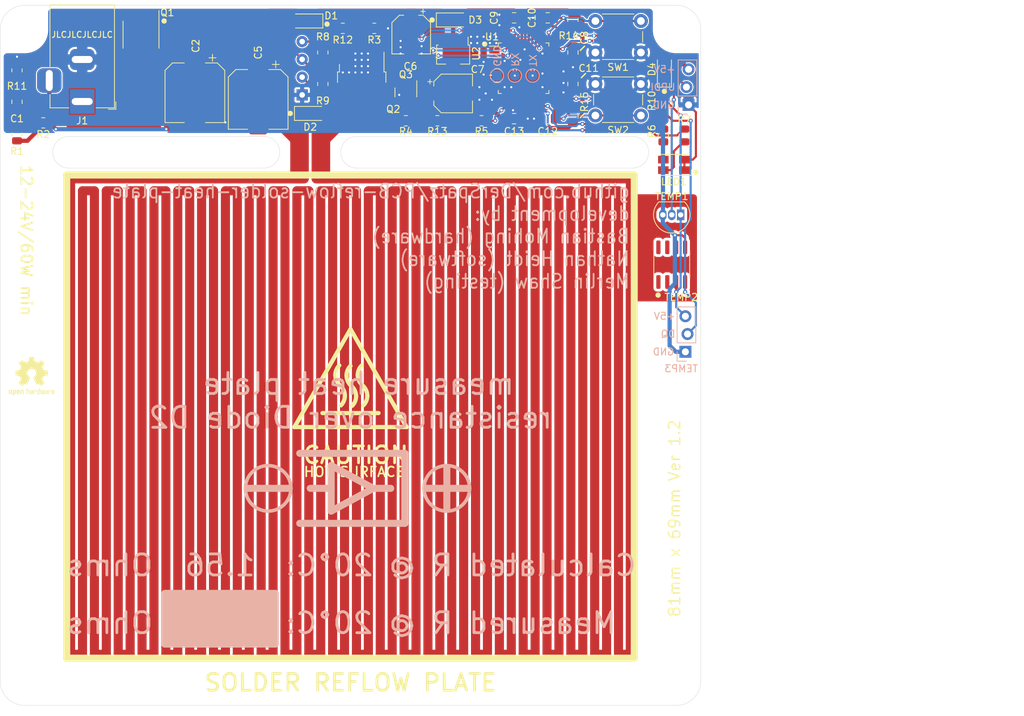
<source format=kicad_pcb>
(kicad_pcb (version 20221018) (generator pcbnew)
  (layers (0 "F.Cu" signal) (31 "B.Cu" signal) (34 "B.Paste" user) (35 "F.Paste" user) (36 "B.SilkS" user "B.Silkscreen") (37 "F.SilkS" user "F.Silkscreen") (38 "B.Mask" user) (39 "F.Mask" user) (44 "Edge.Cuts" user))
  (net 0 "")
  (net 1 "GND")
  (net 2 "+5V")
  (net 3 "VCC")
  (net 4 "/UPDI")
  (net 5 "/VCC-DIV")
  (net 6 "/I2C_SDA")
  (net 7 "/I2C_SCL")
  (net 8 "/GATE")
  (net 9 "HEATPLATE")
  (net 10 "Net-(Q1-G)")
  (net 11 "Net-(D1-K)")
  (net 12 "/TX0")
  (net 13 "/RX0")
  (net 14 "Net-(D2-A)")
  (net 15 "Net-(D4-A)")
  (net 16 "Net-(LED1A-A1)")
  (net 17 "Net-(LED1B-A2)")
  (net 18 "Net-(Q2-G)")
  (net 19 "Net-(Q3-B)")
  (net 53 "Net-(C1-Pad1)")
  (net 54 "Net-(J1-Pad3)")
  (net 55 "/SW_UP")
  (net 56 "/SW_DN")
  (net 57 "/TDATA_A")
  (net 58 "/TDATA_D")
  (net 59 "/LED_G")
  (net 60 "/LED_R")
  (footprint "Package_SO:SOIC-8_3.9x4.9mm_P1.27mm" (layer "F.Cu") (at 80.1 64.2 -90)
    (fp_text reference "Q1")
    (fp_text value "WSP4409A")
  )
  (footprint "Resistor_SMD:R_0805_2012Metric" (layer "F.Cu") (at 122.4 76.5)
    (fp_text reference "R13")
    (fp_text value "10k")
  )
  (footprint "Package_SO:SOIC-8_3.9x4.9mm_P1.27mm" (layer "F.Cu") (at 155.85 97.05 90)
    (fp_text reference "TEMP2")
    (fp_text value "DS18B20Z")
  )
  (footprint "Package_TO_SOT_SMD:SOT-23" (layer "F.Cu") (at 117.9 72.45 -90)
    (fp_text reference "Q3")
    (fp_text value "SS8050")
  )
  (footprint "Resistor_SMD:R_0805_2012Metric" (layer "F.Cu") (at 106.05 71.25 90)
    (fp_text reference "R9")
    (fp_text value "4k7")
  )
  (footprint "Button_Switch_THT:SW_PUSH_6mm" (layer "F.Cu") (at 144.95 62.25)
    (fp_text reference "SW1")
    (fp_text value "SW_Push")
  )
  (footprint "Resistor_SMD:R_0805_2012Metric" (layer "F.Cu") (at 154.65 78.6 -90)
    (fp_text reference "R6")
    (fp_text value "1k")
  )
  (footprint "Capacitor_SMD:CP_Elec_5x5.4" (layer "F.Cu") (at 118.666628 64.189398 -90)
    (fp_text reference "C6")
    (fp_text value "22u/35V")
  )
  (footprint "Package_TO_SOT_SMD:TO-252-2" (layer "F.Cu") (at 111.6 72 -90)
    (fp_text reference "Q2")
    (fp_text value "IRLR8726TRPBF")
  )
  (footprint "Package_TO_SOT_SMD:SOT-89-3" (layer "F.Cu") (at 124.65 66.75 -90)
    (fp_text reference "U2")
    (fp_text value "AMS1117-5.0")
  )
  (footprint "Connector_BarrelJack:BarrelJack_Horizontal" (layer "F.Cu") (at 71.7075 73.75 -90)
    (fp_text reference "J1")
    (fp_text value "Barrel_Jack_Switch")
  )
  (footprint "Diode_SMD:D_SOD-123" (layer "F.Cu") (at 103.8 62.25 180)
    (fp_text reference "D1")
    (fp_text value "B5819W")
  )
  (footprint "NetTie:NetTie-2_SMD_Pad1.3mm" (layer "F.Cu") (at 101.4 84.8 180)
    (fp_text reference "NT1" hide)
    (fp_text value "NetTie_2")
  )
  (footprint "Resistor_SMD:R_0805_2012Metric" (layer "F.Cu") (at 154.65 74.4 90)
    (fp_text reference "R10")
    (fp_text value "4k7")
  )
  (footprint "Resistor_SMD:R_0805_2012Metric" (layer "F.Cu") (at 157.65 78.6 -90)
    (fp_text reference "R7")
    (fp_text value "1k")
  )
  (footprint "Capacitor_SMD:C_0805_2012Metric" (layer "F.Cu") (at 138.15 76.2 180)
    (fp_text reference "C12")
    (fp_text value "100nF")
  )
  (footprint "Resistor_SMD:R_0805_2012Metric" (layer "F.Cu") (at 141.75 62.1 90)
    (fp_text reference "R14")
    (fp_text value "10k")
  )
  (footprint "Capacitor_SMD:CP_Elec_8x10" (layer "F.Cu") (at 96.823454 73.449322 -90)
    (fp_text reference "C5")
    (fp_text value "100-680u/35V")
  )
  (footprint "Resistor_SMD:R_0805_2012Metric" (layer "F.Cu") (at 141.75 75.9 -90)
    (fp_text reference "R15")
    (fp_text value "10k")
  )
  (footprint "Button_Switch_THT:SW_PUSH_6mm" (layer "F.Cu") (at 151.45 75.75 180)
    (fp_text reference "SW2")
    (fp_text value "SW_Push")
  )
  (footprint "Package_QFP:TQFP-48_7x7mm_P0.5mm" (layer "F.Cu") (at 134.7 69)
    (fp_text reference "U1")
    (fp_text value "ATMEGA4809-AFR")
  )
  (footprint "Resistor_SMD:R_0805_2012Metric" (layer "F.Cu") (at 113.4 63.3)
    (fp_text reference "R3")
    (fp_text value "1k")
  )
  (footprint "Capacitor_SMD:CP_Elec_5x5.4" (layer "F.Cu") (at 124.65 72.6)
    (fp_text reference "C7")
    (fp_text value "22u/35V")
  )
  (footprint "Capacitor_SMD:CP_Elec_8x10" (layer "F.Cu") (at 87.790468 72.502199 -90)
    (fp_text reference "C2")
    (fp_text value "100-680u/35V")
  )
  (footprint "Diode_SMD:D_SOD-123" (layer "F.Cu") (at 124.5 62.1)
    (fp_text reference "D3")
    (fp_text value "B5819W")
  )
  (footprint "Capacitor_SMD:C_0805_2012Metric" (layer "F.Cu") (at 133.35 61.8 180)
    (fp_text reference "C9")
    (fp_text value "100nF")
  )
  (footprint "MountingHole:MountingHole_3.2mm_M3" (layer "F.Cu") (at 63.5 63.5)
    (fp_text reference "H1" hide)
    (fp_text value "M3")
  )
  (footprint "MountingHole:MountingHole_3.2mm_M3" (layer "F.Cu") (at 156.5 156.5)
    (fp_text reference "H4" hide)
    (fp_text value "M3")
  )
  (footprint "Capacitor_SMD:C_0805_2012Metric" (layer "F.Cu") (at 141.75 66.75 -90)
    (fp_text reference "C8")
    (fp_text value "470pF")
  )
  (footprint "Resistor_SMD:R_0805_2012Metric" (layer "F.Cu") (at 62.4 69.3 90)
    (fp_text reference "R11")
    (fp_text value "10k")
  )
  (footprint "User:0.91Inch-OLED-Module" (layer "F.Cu") (at 119.89 67.92)
    (fp_text reference "OLED1" hide)
    (fp_text value "SSD1306")
  )
  (footprint "Diode_SMD:D_SOD-123" (layer "F.Cu") (at 154.8 69.45 90)
    (fp_text reference "D4")
    (fp_text value "B5819W")
  )
  (footprint "Capacitor_SMD:C_0805_2012Metric" (layer "F.Cu") (at 138.15 61.8 180)
    (fp_text reference "C10")
    (fp_text value "100nF")
  )
  (footprint "Capacitor_SMD:C_0805_2012Metric" (layer "F.Cu") (at 133.35 76.2)
    (fp_text reference "C13")
    (fp_text value "100nF")
  )
  (footprint "Package_TO_SOT_THT:TO-92_Inline" (layer "F.Cu") (at 157.12 89.94 180)
    (fp_text reference "TEMP1")
    (fp_text value "LMT85")
  )
  (footprint "LED_SMD:LED_Avago_PLCC4_3.2x2.8mm_CW" (layer "F.Cu") (at 156.15 82.8 180)
    (fp_text reference "LED1")
    (fp_text value "RED/GREEN")
  )
  (footprint "Capacitor_SMD:C_0805_2012Metric" (layer "F.Cu") (at 141.75 71.25 -90)
    (fp_text reference "C11")
    (fp_text value "100nF")
  )
  (footprint "Resistor_SMD:R_0805_2012Metric" (layer "F.Cu") (at 128.7 76.5 180)
    (fp_text reference "R5")
    (fp_text value "1k")
  )
  (footprint "Resistor_SMD:R_0805_2012Metric" (layer "F.Cu") (at 117.9 76.5 180)
    (fp_text reference "R4")
    (fp_text value "4k7")
  )
  (footprint "Capacitor_SMD:C_0805_2012Metric" (layer "F.Cu") (at 62.4 73.8 90)
    (fp_text reference "C1")
    (fp_text value "10u")
  )
  (footprint "Resistor_SMD:R_0805_2012Metric" (layer "F.Cu") (at 106.05 66.75 90)
    (fp_text reference "R8")
    (fp_text value "4k7")
  )
  (footprint "MountingHole:MountingHole_3.2mm_M3" (layer "F.Cu") (at 63.5 156.5)
    (fp_text reference "H3" hide)
    (fp_text value "M3")
  )
  (footprint "Symbol:OSHW-Logo2_7.3x6mm_SilkScreen" (layer "F.Cu") (at 64.5 113)
    (fp_text reference "LOGO1" hide)
    (fp_text value "Logo_Open_Hardware_Small" hide)
  )
  (footprint "Diode_SMD:D_SOD-123" (layer "F.Cu") (at 104.25 75.45)
    (fp_text reference "D2")
    (fp_text value "B5819W")
  )
  (footprint "Resistor_SMD:R_0805_2012Metric" (layer "F.Cu") (at 66.15 76.8)
    (fp_text reference "R2")
    (fp_text value "47")
  )
  (footprint "MountingHole:MountingHole_3.2mm_M3" (layer "F.Cu") (at 156.5 63.5)
    (fp_text reference "H2" hide)
    (fp_text value "M3")
  )
  (footprint "NetTie:NetTie-2_SMD_Pad1.3mm" (layer "F.Cu") (at 107.1 84.8)
    (fp_text reference "NT2" hide)
    (fp_text value "NetTie_2")
  )
  (footprint "Resistor_SMD:R_0805_2012Metric" (layer "F.Cu") (at 62.4 78.45 90)
    (fp_text reference "R1")
    (fp_text value "47")
  )
  (footprint "Resistor_SMD:R_0805_2012Metric" (layer "F.Cu") (at 108.9 63.3)
    (fp_text reference "R12")
    (fp_text value "10k")
  )
  (footprint "Connector_PinHeader_2.54mm:PinHeader_1x03_P2.54mm_Vertical" (layer "B.Cu") (at 158.1 74.23)
    (fp_text reference "UPDI1" hide)
    (fp_text value "1x03_2.54mm")
  )
  (footprint "TestPoint:TestPoint_Pad_D1.5mm" (layer "B.Cu") (at 130.91 70.05)
    (fp_text reference "TP3" hide)
    (fp_text value "TestPoint")
  )
  (footprint "Connector_PinHeader_2.54mm:PinHeader_1x03_P2.54mm_Vertical" (layer "B.Cu") (at 157.95 109.5)
    (fp_text reference "TEMP3")
    (fp_text value "Ext. 1-Wire")
  )
  (footprint "TestPoint:TestPoint_Pad_D1.5mm" (layer "B.Cu") (at 135.99 70.05)
    (fp_text reference "TP1" hide)
    (fp_text value "TestPoint")
  )
  (footprint "TestPoint:TestPoint_Pad_D1.5mm" (layer "B.Cu") (at 133.45 70.05)
    (fp_text reference "TP2" hide)
    (fp_text value "TestPoint")
  )
  (gr_line (start 107.25 129) (end 104.25 129) (stroke (width 1)) (layer "B.SilkS"))
  (gr_line (start 117.75 134) (end 102.75 134) (stroke (width 1)) (layer "B.SilkS"))
  (gr_line (start 126.75 129) (end 120.75 129) (stroke (width 1)) (layer "B.SilkS"))
  (gr_line (start 117.75 134) (end 117.75 124) (stroke (width 1)) (layer "B.SilkS"))
  (gr_line (start 117.75 124) (end 102.75 124) (stroke (width 1)) (layer "B.SilkS"))
  (gr_circle (center 98.25 129) (end 95 129) (stroke (width 0.5)) (fill none) (layer "B.SilkS"))
  (gr_circle (center 123.75 129) (end 120.5 129) (stroke (width 0.5)) (fill none) (layer "B.SilkS"))
  (gr_line (start 107.25 125.75) (end 113.25 129) (stroke (width 1)) (layer "B.SilkS"))
  (gr_line (start 101.25 129) (end 95.25 129) (stroke (width 1)) (layer "B.SilkS"))
  (gr_line (start 107.25 132.25) (end 107.25 125.75) (stroke (width 1)) (layer "B.SilkS"))
  (gr_line (start 112.75 129) (end 115.75 129) (stroke (width 1)) (layer "B.SilkS"))
  (gr_line (start 123.75 132) (end 123.75 126) (stroke (width 1)) (layer "B.SilkS"))
  (gr_line (start 113.25 129) (end 107.25 132.25) (stroke (width 1)) (layer "B.SilkS"))
  (gr_rect (start 83.5 144) (end 99.25 151.25) (stroke (width 1)) (fill solid) (layer "B.SilkS"))
  (gr_arc (start 108.4 114.181) (mid 107.981618 113.55435) (end 107.834891 112.815293) (stroke (width 0.6)) (layer "F.SilkS"))
  (gr_arc (start 108.634 114.416) (mid 109.052458 115.042267) (end 109.199402 115.781) (stroke (width 0.6)) (layer "F.SilkS"))
  (gr_line locked (start 102 120.25) (end 110 106.25) (stroke (width 0.6)) (layer "F.SilkS"))
  (gr_line locked (start 110 114.25) (end 110.234 114.484) (stroke (width 0.6)) (layer "F.SilkS"))
  (gr_line locked (start 102 120.25) (end 118 120.25) (stroke (width 0.6)) (layer "F.SilkS"))
  (gr_circle (center 121.65 62.1) (end 121.95 62.1) (stroke (width 0.15)) (fill solid) (layer "F.SilkS"))
  (gr_arc (start 111.6 114.181) (mid 111.181618 113.55435) (end 111.034891 112.815293) (stroke (width 0.6)) (layer "F.SilkS"))
  (gr_circle (center 101.4 75.45) (end 101.7 75.45) (stroke (width 0.15)) (fill solid) (layer "F.SilkS"))
  (gr_arc (start 110 114.25) (mid 109.581235 113.623274) (end 109.434184 112.884) (stroke (width 0.6)) (layer "F.SilkS"))
  (gr_arc (start 110.8 115.85) (mid 110.653011 116.588962) (end 110.234423 117.215423) (stroke (width 0.6)) (layer "F.SilkS"))
  (gr_line (start 142.8 76.05) (end 143.4 75.45) (stroke (width 0.2)) (layer "F.SilkS"))
  (gr_circle (center 159.3 83.85) (end 159.6 83.85) (stroke (width 0.15)) (fill solid) (layer "F.SilkS"))
  (gr_line (start 69.5 84.25) (end 69.5 153.25) (stroke (width 1)) (layer "F.SilkS"))
  (gr_arc (start 109.2 115.781) (mid 109.053011 116.519962) (end 108.634423 117.146423) (stroke (width 0.6)) (layer "F.SilkS"))
  (gr_arc (start 107.834 112.816) (mid 107.981065 112.076656) (end 108.39987 111.44987) (stroke (width 0.6)) (layer "F.SilkS"))
  (gr_circle (center 153.9 101.4) (end 154.2 101.4) (stroke (width 0.15)) (fill solid) (layer "F.SilkS"))
  (gr_arc (start 110.234 114.484) (mid 110.652841 115.110344) (end 110.800109 115.849293) (stroke (width 0.6)) (layer "F.SilkS"))
  (gr_line (start 142.8 66.45) (end 143.4 65.85) (stroke (width 0.2)) (layer "F.SilkS"))
  (gr_circle (center 154.8 72.3) (end 155.1 72.3) (stroke (width 0.15)) (fill solid) (layer "F.SilkS"))
  (gr_arc (start 111.834 114.416) (mid 112.252458 115.042267) (end 112.399402 115.781) (stroke (width 0.6)) (layer "F.SilkS"))
  (gr_arc (start 112.4 115.781) (mid 112.253011 116.519962) (end 111.834423 117.146423) (stroke (width 0.6)) (layer "F.SilkS"))
  (gr_line locked (start 106 118.25) (end 114 118.25) (stroke (width 0.6)) (layer "F.SilkS"))
  (gr_line (start 150.5 84.25) (end 69.5 84.25) (stroke (width 1)) (layer "F.SilkS"))
  (gr_circle (center 129.15 65.55) (end 129.45 65.55) (stroke (width 0.15)) (fill solid) (layer "F.SilkS"))
  (gr_arc (start 111.034 112.816) (mid 111.181065 112.076656) (end 111.59987 111.44987) (stroke (width 0.6)) (layer "F.SilkS"))
  (gr_arc (start 109.434 112.884) (mid 109.581065 112.144656) (end 109.99987 111.51787) (stroke (width 0.6)) (layer "F.SilkS"))
  (gr_circle (center 106.65 62.7) (end 106.95 62.7) (stroke (width 0.15)) (fill solid) (layer "F.SilkS"))
  (gr_line locked (start 110 106.25) (end 118 120.25) (stroke (width 0.6)) (layer "F.SilkS"))
  (gr_line (start 150.5 153.25) (end 69.5 153.25) (stroke (width 1)) (layer "F.SilkS"))
  (gr_line locked (start 108.4 114.181) (end 108.634 114.416) (stroke (width 0.6)) (layer "F.SilkS"))
  (gr_line (start 150.5 84.25) (end 150.5 153.25) (stroke (width 1)) (layer "F.SilkS"))
  (gr_line (start 142.95 70.35) (end 143.55 69.75) (stroke (width 0.2)) (layer "F.SilkS"))
  (gr_line locked (start 111.6 114.181) (end 111.834 114.416) (stroke (width 0.6)) (layer "F.SilkS"))
  (gr_circle (center 83.4 62.25) (end 83.7 62.25) (stroke (width 0.15)) (fill solid) (layer "F.SilkS"))
  (gr_arc (start 156.5 60) (mid 158.974874 61.025126) (end 160 63.5) (stroke (width 0.05)) (layer "Edge.Cuts"))
  (gr_line (start 60 156.5) (end 60 63.5) (stroke (width 0.05)) (layer "Edge.Cuts"))
  (gr_arc (start 69.75 83.25) (mid 67.5 81) (end 69.75 78.75) (stroke (width 0.05)) (layer "Edge.Cuts"))
  (gr_line (start 97.65 78.75) (end 69.75 78.75) (stroke (width 0.05)) (layer "Edge.Cuts"))
  (gr_arc (start 63.5 160) (mid 61.025126 158.974874) (end 60 156.5) (stroke (width 0.05)) (layer "Edge.Cuts"))
  (gr_arc (start 110.85 83.25) (mid 108.6 81) (end 110.85 78.75) (stroke (width 0.05)) (layer "Edge.Cuts"))
  (gr_arc (start 160 156.5) (mid 158.974874 158.974874) (end 156.5 160) (stroke (width 0.05)) (layer "Edge.Cuts"))
  (gr_line (start 156.5 160) (end 63.5 160) (stroke (width 0.05)) (layer "Edge.Cuts"))
  (gr_line (start 69.75 83.25) (end 97.65 83.25) (stroke (width 0.05)) (layer "Edge.Cuts"))
  (gr_arc (start 150.3 78.75) (mid 152.55 81) (end 150.3 83.25) (stroke (width 0.05)) (layer "Edge.Cuts"))
  (gr_line (start 150.3 83.25) (end 110.85 83.25) (stroke (width 0.05)) (layer "Edge.Cuts"))
  (gr_arc (start 60 63.5) (mid 61.025126 61.025126) (end 63.5 60) (stroke (width 0.05)) (layer "Edge.Cuts"))
  (gr_line (start 63.5 60) (end 156.5 60) (stroke (width 0.05)) (layer "Edge.Cuts"))
  (gr_line (start 110.85 78.75) (end 150.3 78.75) (stroke (width 0.05)) (layer "Edge.Cuts"))
  (gr_arc (start 97.65 78.75) (mid 99.9 81) (end 97.65 83.25) (stroke (width 0.05)) (layer "Edge.Cuts"))
  (gr_line (start 160 63.5) (end 160 156.5) (stroke (width 0.05)) (layer "Edge.Cuts"))
  (gr_text "github.com/DerSpatz/PCB-reflow-solder-heat-plate\ndevelopment by:\nBastian Mohing (hardware)\nNathan Heidt (software)\nMerlin Shaw (testing)" (at 150 93) (layer "B.SilkS") (effects (font (size 2 1.8) (thickness 0.25)) (justify left mirror)))
  (gr_text "GND" (at 130.91 68.85 270) (layer "B.SilkS") (effects (font (size 1 1)) (justify left mirror)))
  (gr_text "TX" (at 135.99 68.85 270) (layer "B.SilkS") (effects (font (size 1 1)) (justify left mirror)))
  (gr_text "DQ" (at 156.45 106.95) (layer "B.SilkS") (effects (font (size 1 1)) (justify left mirror)))
  (gr_text "RX" (at 133.45 68.85 270) (layer "B.SilkS") (effects (font (size 1 1)) (justify left mirror)))
  (gr_text "+5V" (at 156.45 69.15) (layer "B.SilkS") (effects (font (size 1 1)) (justify left mirror)))
  (gr_text "1.56  Ohms" (at 69.25 140) (layer "B.SilkS") (effects (font (size 3 3) (thickness 0.4)) (justify right mirror)))
  (gr_text "Measured R @ 20°C:" (at 100.5 148.25) (layer "B.SilkS") (effects (font (size 3 3) (thickness 0.4)) (justify right mirror)))
  (gr_text "Calculated R @ 20°C:" (at 100.5 140) (layer "B.SilkS") (effects (font (size 3 3) (thickness 0.4)) (justify right mirror)))
  (gr_text "GND" (at 156.3 74.25) (layer "B.SilkS") (effects (font (size 1 1)) (justify left mirror)))
  (gr_text "measure heat plate \nresistance over Diode D2" (at 110 116.5) (layer "B.SilkS") (effects (font (size 3 3) (thickness 0.4)) (justify mirror)))
  (gr_text "GND" (at 156.3 109.5) (layer "B.SilkS") (effects (font (size 1 1)) (justify left mirror)))
  (gr_text "UPDI" (at 156.45 71.7) (layer "B.SilkS") (effects (font (size 1 1)) (justify left mirror)))
  (gr_text "Ohms" (at 69.25 148.25) (layer "B.SilkS") (effects (font (size 3 3) (thickness 0.4)) (justify right mirror)))
  (gr_text "+5V" (at 156.45 104.4) (layer "B.SilkS") (effects (font (size 1 1)) (justify left mirror)))
  (gr_text "Ver 1.2" (at 156.25 128.1 90) (layer "F.SilkS") (effects (font (size 1.6 1.6) (thickness 0.2)) (justify left)))
  (gr_text "CAUTION" (at 103 124.25) (layer "F.SilkS") (effects (font (size 2.4 2.4) (thickness 0.4)) (justify left)))
  (gr_text "12-24V/60W min" (at 63.75 82.65 270) (layer "F.SilkS") (effects (font (size 1.6 1.6) (thickness 0.25)) (justify left)))
  (gr_text "HOT SURFACE" (at 103.2 126.65) (layer "F.SilkS") (effects (font (size 1.4 1.4) (thickness 0.24)) (justify left)))
  (gr_text "JLCJLCJLCJLC" (at 71.7 64.2) (layer "F.SilkS") (effects (font (size 0.85 0.85))))
  (gr_text "81mm x 69mm" (at 156.25 147.5 90) (layer "F.SilkS") (effects (font (size 1.6 1.6) (thickness 0.2)) (justify left)))
  (gr_text "SOLDER REFLOW PLATE" (at 110 156.75) (layer "F.SilkS") (effects (font (size 2.4 2.4) (thickness 0.4))))
  (segment (start 133.8 76.2) (end 134.3 76.2) (width 0.6) (layer "F.Cu") (net 1))
  (segment (start 138.8625 69.75) (end 140.1 69.75) (width 0.3) (layer "F.Cu") (net 1))
  (segment (start 133.2 75) (end 132.95 74.75) (width 0.3) (layer "F.Cu") (net 1))
  (segment (start 134.85 66.3) (end 134.45 65.9) (width 0.3) (layer "F.Cu") (net 1))
  (segment (start 134.1 63.15) (end 134.45 63.5) (width 0.3) (layer "F.Cu") (net 1))
  (segment (start 157.755 93.255) (end 157.755 94.575) (width 0.3) (layer "F.Cu") (net 1))
  (segment (start 159.3 75.2776) (end 159.3 81.6) (width 0.3) (layer "F.Cu") (net 1))
  (segment (start 134.3 76.1) (end 134.3 76.2) (width 0.6) (layer "F.Cu") (net 1))
  (segment (start 92.17818 76.699322) (end 92.146139 76.731363) (width 1.25) (layer "F.Cu") (net 1))
  (segment (start 114.3125 63.3) (end 115.35 63.3) (width 0.6) (layer "F.Cu") (net 1))
  (segment (start 156.3 92.85) (end 157.35 92.85) (width 0.3) (layer "F.Cu") (net 1))
  (segment (start 134.45 63.5) (end 134.45 64.8375) (width 0.3) (layer "F.Cu") (net 1))
  (segment (start 137.2 61.8) (end 136.05 61.8) (width 0.6) (layer "F.Cu") (net 1))
  (segment (start 87.900196 76.737951) (end 92.139551 76.737951) (width 1.25) (layer "F.Cu") (net 1))
  (segment (start 96.823454 76.699322) (end 92.17818 76.699322) (width 1.25) (layer "F.Cu") (net 1))
  (segment (start 132.95 74.75) (end 132.95 73.1625) (width 0.3) (layer "F.Cu") (net 1))
  (segment (start 159.3 81.6) (end 158.85 82.05) (width 0.3) (layer "F.Cu") (net 1))
  (segment (start 134.45 65.9) (end 134.45 64.8375) (width 0.3) (layer "F.Cu") (net 1))
  (segment (start 141.75 67.7) (end 141.75 68.85) (width 0.6) (layer "F.Cu") (net 1))
  (segment (start 133.5 75.9) (end 133.8 76.2) (width 0.6) (layer "F.Cu") (net 1))
  (segment (start 140.1 69.75) (end 140.4 69.45) (width 0.3) (layer "F.Cu") (net 1))
  (segment (start 157.65 83.55) (end 157.65 82.05) (width 0.3) (layer "F.Cu") (net 1))
  (segment (start 133.2 75) (end 134.3 76.1) (width 0.6) (layer "F.Cu") (net 1))
  (segment (start 116.95 71.5125) (end 116.95 72.8) (width 0.6) (layer "F.Cu") (net 1))
  (segment (start 92.139551 76.737951) (end 92.146139 76.731363) (width 1.25) (layer "F.Cu") (net 1))
  (segment (start 158.85 82.05) (end 157.65 82.05) (width 0.3) (layer "F.Cu") (net 1))
  (segment (start 138.8625 69.75) (end 137.4 69.75) (width 0.3) (layer "F.Cu") (net 1))
  (segment (start 158.2524 74.23) (end 159.3 75.2776) (width 0.3) (layer "F.Cu") (net 1))
  (segment (start 62.4 68.3875) (end 62.4 67.35) (width 0.3) (layer "F.Cu") (net 1))
  (segment (start 133.2 75) (end 133.5 75.3) (width 0.6) (layer "F.Cu") (net 1))
  (segment (start 132.95 73.1625) (end 132.95 71.7) (width 0.3) (layer "F.Cu") (net 1))
  (segment (start 157.35 92.85) (end 157.755 93.255) (width 0.3) (layer "F.Cu") (net 1))
  (segment (start 133.5 75.3) (end 133.5 75.9) (width 0.6) (layer "F.Cu") (net 1))
  (via (at 111.6 67.8) (size 0.6) (drill 0.3) (layers "F.Cu" "B.Cu") (net 1))
  (via (at 116.95 72.8) (size 0.6) (drill 0.3) (layers "F.Cu" "B.Cu") (net 1))
  (via (at 127.2 65.4) (size 0.6) (drill 0.3) (layers "F.Cu" "B.Cu") (net 1))
  (via (at 133.2 75) (size 0.6) (drill 0.3) (layers "F.Cu" "B.Cu") (net 1))
  (via (at 129 65.4) (size 0.6) (drill 0.3) (layers "F.Cu" "B.Cu") (net 1))
  (via (at 129 69.9) (size 0.6) (drill 0.3) (layers "F.Cu" "B.Cu") (net 1))
  (via (at 110.7 69.6) (size 0.6) (drill 0.3) (layers "F.Cu" "B.Cu") (net 1))
  (via (at 112.5 69.6) (size 0.6) (drill 0.3) (layers "F.Cu" "B.Cu") (net 1))
  (via (at 135.3 76.2) (size 0.6) (drill 0.3) (layers "F.Cu" "B.Cu") (net 1))
  (via (at 137.4 69.75) (size 0.6) (drill 0.3) (layers "F.Cu" "B.Cu") (net 1))
  (via (at 130.8 65.4) (size 0.6) (drill 0.3) (layers "F.Cu" "B.Cu") (net 1))
  (via (at 134.1 63.15) (size 0.6) (drill 0.3) (layers "F.Cu" "B.Cu") (net 1))
  (via (at 137.4 66.9) (size 0.6) (drill 0.3) (layers "F.Cu" "B.Cu") (net 1))
  (via (at 141.75 68.85) (size 0.6) (drill 0.3) (layers "F.Cu" "B.Cu") (net 1))
  (via (at 120.15 65.85) (size 0.6) (drill 0.3) (layers "F.Cu" "B.Cu") (net 1))
  (via (at 117.15 66) (size 0.6) (drill 0.3) (layers "F.Cu" "B.Cu") (net 1))
  (via (at 134.25 67.8) (size 0.6) (drill 0.3) (layers "F.Cu" "B.Cu") (net 1))
  (via (at 115.35 63.3) (size 0.6) (drill 0.3) (layers "F.Cu" "B.Cu") (net 1))
  (via (at 110.7 66.9) (size 0.6) (drill 0.3) (layers "F.Cu" "B.Cu") (net 1))
  (via (at 127.2 64.5) (size 0.6) (drill 0.3) (layers "F.Cu" "B.Cu") (net 1))
  (via (at 134.85 66.3) (size 0.6) (drill 0.3) (layers "F.Cu" "B.Cu") (net 1))
  (via (at 117.15 66.9) (size 0.6) (drill 0.3) (layers "F.Cu" "B.Cu") (net 1))
  (via (at 137.4 71.7) (size 0.6) (drill 0.3) (layers "F.Cu" "B.Cu") (net 1))
  (via (at 111.6 66.9) (size 0.6) (drill 0.3) (layers "F.Cu" "B.Cu") (net 1))
  (via (at 117.15 65.1) (size 0.6) (drill 0.3) (layers "F.Cu" "B.Cu") (net 1))
  (via (at 132 67.95) (size 0.6) (drill 0.3) (layers "F.Cu" "B.Cu") (net 1))
  (via (at 92.146139 76.731363) (size 0.6) (drill 0.3) (layers "F.Cu" "B.Cu") (net 1))
  (via (at 136.05 61.8) (size 0.6) (drill 0.3) (layers "F.Cu" "B.Cu") (net 1))
  (via (at 62.4 67.35) (size 0.6) (drill 0.3) (layers "F.Cu" "B.Cu") (net 1))
  (via (at 111.6 68.7) (size 0.6) (drill 0.3) (layers "F.Cu" "B.Cu") (net 1))
  (via (at 128.1 65.4) (size 0.6) (drill 0.3) (layers "F.Cu" "B.Cu") (net 1))
  (via (at 140.4 72.45) (size 0.6) (drill 0.3) (layers "F.Cu" "B.Cu") (net 1))
  (via (at 129 68.1) (size 0.6) (drill 0.3) (layers "F.Cu" "B.Cu") (net 1))
  (via (at 129.9 65.4) (size 0.6) (drill 0.3) (layers "F.Cu" "B.Cu") (net 1))
  (via (at 112.5 68.7) (size 0.6) (drill 0.3) (layers "F.Cu" "B.Cu") (net 1))
  (via (at 131.25 62.85) (size 0.6) (drill 0.3) (layers "F.Cu" "B.Cu") (net 1))
  (via (at 128.4 71.7) (size 0.6) (drill 0.3) (layers "F.Cu" "B.Cu") (net 1))
  (via (at 111.6 69.6) (size 0.6) (drill 0.3) (layers "F.Cu" "B.Cu") (net 1))
  (via (at 128.4 73.5) (size 0.6) (drill 0.3) (layers "F.Cu" "B.Cu") (net 1))
  (via (at 140.4 71.1) (size 0.6) (drill 0.3) (layers "F.Cu" "B.Cu") (net 1))
  (via (at 110.7 67.8) (size 0.6) (drill 0.3) (layers "F.Cu" "B.Cu") (net 1))
  (via (at 129.3 72.6) (size 0.6) (drill 0.3) (layers "F.Cu" "B.Cu") (net 1))
  (via (at 109.8 69.6) (size 0.6) (drill 0.3) (layers "F.Cu" "B.Cu") (net 1))
  (via (at 132.95 71.7) (size 0.6) (drill 0.3) (layers "F.Cu" "B.Cu") (net 1))
  (via (at 112.5 66.9) (size 0.6) (drill 0.3) (layers "F.Cu" "B.Cu") (net 1))
  (via (at 108.9 69.6) (size 0.6) (drill 0.3) (layers "F.Cu" "B.Cu") (net 1))
  (via (at 130.8 64.5) (size 0.6) (drill 0.3) (layers "F.Cu" "B.Cu") (net 1))
  (via (at 130.2 73.5) (size 0.6) (drill 0.3) (layers "F.Cu" "B.Cu") (net 1))
  (via (at 140.4 69.45) (size 0.6) (drill 0.3) (layers "F.Cu" "B.Cu") (net 1))
  (via (at 132 71.7) (size 0.6) (drill 0.3) (layers "F.Cu" "B.Cu") (net 1))
  (via (at 131.25 61.35) (size 0.6) (drill 0.3) (layers "F.Cu" "B.Cu") (net 1))
  (via (at 156.3 92.85) (size 0.6) (drill 0.3) (layers "F.Cu" "B.Cu") (net 1))
  (via (at 120.15 66.9) (size 0.6) (drill 0.3) (layers "F.Cu" "B.Cu") (net 1))
  (via (at 110.7 68.7) (size 0.6) (drill 0.3) (layers "F.Cu" "B.Cu") (net 1))
  (via (at 129.9 64.5) (size 0.6) (drill 0.3) (layers "F.Cu" "B.Cu") (net 1))
  (via (at 136.2 76.2) (size 0.6) (drill 0.3) (layers "F.Cu" "B.Cu") (net 1))
  (via (at 112.5 67.8) (size 0.6) (drill 0.3) (layers "F.Cu" "B.Cu") (net 1))
  (via (at 128.1 64.5) (size 0.6) (drill 0.3) (layers "F.Cu" "B.Cu") (net 1))
  (via (at 129 64.5) (size 0.6) (drill 0.3) (layers "F.Cu" "B.Cu") (net 1))
  (segment (start 155.55 100.5) (end 155.55 108.6) (width 0.6) (layer "B.Cu") (net 1))
  (segment (start 154.58 91.13) (end 156.3 92.85) (width 0.6) (layer "B.Cu") (net 1))
  (segment (start 156.45 109.5) (end 157.7976 109.5) (width 0.6) (layer "B.Cu") (net 1))
  (segment (start 155.55 108.6) (end 156.45 109.5) (width 0.6) (layer "B.Cu") (net 1))
  (segment (start 154.6 89.92) (end 154.6 77.2) (width 0.6) (layer "B.Cu") (net 1))
  (segment (start 156.3 99.75) (end 155.55 100.5) (width 0.6) (layer "B.Cu") (net 1))
  (segment (start 91.971363 76.731363) (end 91.44 76.2) (width 1.25) (layer "B.Cu") (net 1))
  (segment (start 156.3 92.85) (end 156.3 99.75) (width 0.6) (layer "B.Cu") (net 1))
  (segment (start 154.58 89.94) (end 154.58 91.13) (width 0.6) (layer "B.Cu") (net 1))
  (segment (start 92.146139 76.731363) (end 91.971363 76.731363) (width 1.25) (layer "B.Cu") (net 1))
  (segment (start 125.25 62.1) (end 126.15 62.1) (width 0.6) (layer "F.Cu") (net 2))
  (segment (start 143.1 69) (end 143.1 62.25) (width 0.6) (layer "F.Cu") (net 2))
  (segment (start 142.1875 61.3375) (end 142.0375 61.3375) (width 0.6) (layer "F.Cu") (net 2))
  (segment (start 107.55 67.05) (end 108.45 66.15) (width 0.3) (layer "F.Cu") (net 2))
  (segment (start 107.55 71.7) (end 107.0875 72.1625) (width 0.3) (layer "F.Cu") (net 2))
  (segment (start 131.55 76.2) (end 130.35 75) (width 0.6) (layer "F.Cu") (net 2))
  (segment (start 108.45 66.15) (end 114.75 66.15) (width 0.3) (layer "F.Cu") (net 2))
  (segment (start 114.75 66.15) (end 115.2 66.6) (width 0.3) (layer "F.Cu") (net 2))
  (segment (start 134.3 61.55) (end 133.35 60.6) (width 0.3) (layer "F.Cu") (net 2))
  (segment (start 151.99998 69.3) (end 153.79998 71.1) (width 0.6) (layer "F.Cu") (net 2))
  (segment (start 141 60.6) (end 135.3 60.6) (width 0.3) (layer "F.Cu") (net 2))
  (segment (start 143.1 62.25) (end 142.1875 61.3375) (width 0.6) (layer "F.Cu") (net 2))
  (segment (start 124.65 65.1875) (end 124.65 62.7) (width 0.6) (layer "F.Cu") (net 2))
  (segment (start 141.75 70.3) (end 143 70.3) (width 0.3) (layer "F.Cu") (net 2))
  (segment (start 130.35 75) (end 129.3 75) (width 0.6) (layer "F.Cu") (net 2))
  (segment (start 153.79998 71.1) (end 154.8 71.1) (width 0.6) (layer "F.Cu") (net 2))
  (segment (start 138.8625 70.25) (end 141.7 70.25) (width 0.3) (layer "F.Cu") (net 2))
  (segment (start 133.5 77.55) (end 141.0125 77.55) (width 0.6) (layer "F.Cu") (net 2))
  (segment (start 107.0875 72.1625) (end 106.05 72.1625) (width 0.3) (layer "F.Cu") (net 2))
  (segment (start 141.8875 76.8125) (end 143.1 75.6) (width 0.6) (layer "F.Cu") (net 2))
  (segment (start 154.8 73.3375) (end 154.8 71.1) (width 0.6) (layer "F.Cu") (net 2))
  (segment (start 107.5375 67.6625) (end 107.55 67.65) (width 0.3) (layer "F.Cu") (net 2))
  (segment (start 141.0125 77.55) (end 141.75 76.8125) (width 0.6) (layer "F.Cu") (net 2))
  (segment (start 135.3 60.6) (end 134.3 61.6) (width 0.3) (layer "F.Cu") (net 2))
  (segment (start 132.4 76.2) (end 131.55 76.2) (width 0.6) (layer "F.Cu") (net 2))
  (segment (start 126.15 61.2) (end 126.15 62.1) (width 0.3) (layer "F.Cu") (net 2))
  (segment (start 134.95 62.7) (end 134.3 62.05) (width 0.3) (layer "F.Cu") (net 2))
  (segment (start 143.1 70.2) (end 143.1 69) (width 0.6) (layer "F.Cu") (net 2))
  (segment (start 143.1 75.6) (end 143.1 70.2) (width 0.6) (layer "F.Cu") (net 2))
  (segment (start 156.485 99.525) (end 156.485 100.95) (width 0.3) (layer "F.Cu") (net 2))
  (segment (start 104.9925 72.1625) (end 103.1 70.27) (width 0.3) (layer "F.Cu") (net 2))
  (segment (start 133.35 60.6) (end 126.75 60.6) (width 0.3) (layer "F.Cu") (net 2))
  (segment (start 106.05 67.6625) (end 107.5375 67.6625) (width 0.3) (layer "F.Cu") (net 2))
  (segment (start 157.12 75.75) (end 154.8575 73.4875) (width 0.3) (layer "F.Cu") (net 2))
  (segment (start 106.05 72.1625) (end 104.9925 72.1625) (width 0.3) (layer "F.Cu") (net 2))
  (segment (start 124.65 62.7) (end 125.25 62.1) (width 0.6) (layer "F.Cu") (net 2))
  (segment (start 132.4 76.45) (end 133.5 77.55) (width 0.6) (layer "F.Cu") (net 2))
  (segment (start 132.45 73.1625) (end 132.45 76.15) (width 0.3) (layer "F.Cu") (net 2))
  (segment (start 107.55 67.65) (end 107.55 71.7) (width 0.3) (layer "F.Cu") (net 2))
  (segment (start 126.75 60.6) (end 126.15 61.2) (width 0.3) (layer "F.Cu") (net 2))
  (segment (start 134.95 64.8375) (end 134.95 62.7) (width 0.3) (layer "F.Cu") (net 2))
  (segment (start 107.55 67.65) (end 107.55 67.05) (width 0.3) (layer "F.Cu") (net 2))
  (segment (start 141.5875 61.1875) (end 141 60.6) (width 0.3) (layer "F.Cu") (net 2))
  (segment (start 143.1 69.3) (end 151.99998 69.3) (width 0.6) (layer "F.Cu") (net 2))
  (segment (start 115.2 66.6) (end 115.2 68.1) (width 0.3) (layer "F.Cu") (net 2))
  (segment (start 143 70.3) (end 143.1 70.2) (width 0.3) (layer "F.Cu") (net 2))
  (via (at 156.485 100.95) (size 0.6) (drill 0.3) (layers "F.Cu" "B.Cu") (net 2))
  (via (at 157.12 75.75) (size 0.6) (drill 0.3) (layers "F.Cu" "B.Cu") (net 2))
  (segment (start 157.12 75.75) (end 157.12 89.94) (width 0.3) (layer "B.Cu") (net 2))
  (segment (start 156.485 100.95) (end 156.485 103.1074) (width 0.3) (layer "B.Cu") (net 2))
  (segment (start 157.12 90.51) (end 157.12 100.315) (width 0.3) (layer "B.Cu") (net 2))
  (segment (start 156.485 103.1074) (end 157.7976 104.42) (width 0.3) (layer "B.Cu") (net 2))
  (segment (start 157.12 100.315) (end 156.485 100.95) (width 0.3) (layer "B.Cu") (net 2))
  (segment (start 108.15 70.8) (end 108.15 72) (width 0.3) (layer "F.Cu") (net 3))
  (segment (start 108.6 70.35) (end 108.15 70.8) (width 0.3) (layer "F.Cu") (net 3))
  (segment (start 116.9875 76.5) (end 116.1 76.5) (width 0.3) (layer "F.Cu") (net 3))
  (segment (start 102.3 84.8) (end 103.4 84.8) (width 1.3) (layer "F.Cu") (net 3))
  (segment (start 108.15 72) (end 106.95 73.2) (width 0.3) (layer "F.Cu") (net 3))
  (segment (start 116.1 76.5) (end 115.65 76.05) (width 0.3) (layer "F.Cu") (net 3))
  (segment (start 67.0625 76.8125) (end 67.95 77.7) (width 0.6) (layer "F.Cu") (net 3))
  (segment (start 106.95 73.2) (end 105.4 73.2) (width 0.3) (layer "F.Cu") (net 3))
  (segment (start 115.65 71.25) (end 114.75 70.35) (width 0.3) (layer "F.Cu") (net 3))
  (segment (start 115.65 76.05) (end 115.65 71.25) (width 0.3) (layer "F.Cu") (net 3))
  (segment (start 114.75 70.35) (end 108.6 70.35) (width 0.3) (layer "F.Cu") (net 3))
  (via (at 67.95 77.7) (size 0.6) (drill 0.3) (layers "F.Cu" "B.Cu") (net 3))
  (via (at 83.7 77.7) (size 0.6) (drill 0.3) (layers "F.Cu" "B.Cu") (net 3))
  (segment (start 83.7 77.7) (end 67.95 77.7) (width 0.6) (layer "B.Cu") (net 3))
  (segment (start 139.2 63) (end 135.9 63) (width 0.3) (layer "F.Cu") (net 4))
  (segment (start 140.55 64.35) (end 139.2 63) (width 0.3) (layer "F.Cu") (net 4))
  (segment (start 153 65.85) (end 151.5 64.35) (width 0.3) (layer "F.Cu") (net 4))
  (segment (start 135.9 63) (end 135.45 63.45) (width 0.3) (layer "F.Cu") (net 4))
  (segment (start 157.9476 71.69) (end 155.1076 68.85) (width 0.3) (layer "F.Cu") (net 4))
  (segment (start 135.45 63.45) (end 135.45 64.8375) (width 0.3) (layer "F.Cu") (net 4))
  (segment (start 153.75 68.85) (end 153 68.1) (width 0.3) (layer "F.Cu") (net 4))
  (segment (start 142.2 64.35) (end 140.55 64.35) (width 0.3) (layer "F.Cu") (net 4))
  (segment (start 153 68.1) (end 153 65.85) (width 0.3) (layer "F.Cu") (net 4))
  (segment (start 151.5 64.35) (end 144.75 64.35) (width 0.3) (layer "F.Cu") (net 4))
  (segment (start 155.1076 68.85) (end 153.75 68.85) (width 0.3) (layer "F.Cu") (net 4))
  (via (at 142.2 64.35) (size 0.6) (drill 0.3) (layers "F.Cu" "B.Cu") (net 4))
  (via (at 144.75 64.35) (size 0.6) (drill 0.3) (layers "F.Cu" "B.Cu") (net 4))
  (segment (start 142.2 64.35) (end 144.75 64.35) (width 0.3) (layer "B.Cu") (net 4))
  (segment (start 117.872183 64.24) (end 117.762183 64.35) (width 0.3) (layer "F.Cu") (net 5))
  (segment (start 125.55 63.6) (end 133.2 63.6) (width 0.3) (layer "F.Cu") (net 5))
  (segment (start 109.8125 63.3) (end 112.4875 63.3) (width 0.3) (layer "F.Cu") (net 5))
  (segment (start 119.59 64.24) (end 117.872183 64.24) (width 0.3) (layer "F.Cu") (net 5))
  (segment (start 136.95 64.8375) (end 136.95 66.15) (width 0.3) (layer "F.Cu") (net 5))
  (segment (start 113.4 64.35) (end 112.4875 63.4375) (width 0.3) (layer "F.Cu") (net 5))
  (segment (start 117.762183 64.35) (end 113.4 64.35) (width 0.3) (layer "F.Cu") (net 5))
  (segment (start 120.15 64.8) (end 119.59 64.24) (width 0.3) (layer "F.Cu") (net 5))
  (via (at 120.15 64.8) (size 0.6) (drill 0.3) (layers "F.Cu" "B.Cu") (net 5))
  (via (at 125.55 63.6) (size 0.6) (drill 0.3) (layers "F.Cu" "B.Cu") (net 5))
  (via (at 133.2 63.6) (size 0.6) (drill 0.3) (layers "F.Cu" "B.Cu") (net 5))
  (via (at 136.95 66.15) (size 0.6) (drill 0.3) (layers "F.Cu" "B.Cu") (net 5))
  (segment (start 133.2 63.6) (end 134.1 64.5) (width 0.3) (layer "B.Cu") (net 5))
  (segment (start 120.15 64.8) (end 121.35 63.6) (width 0.3) (layer "B.Cu") (net 5))
  (segment (start 134.1 64.5) (end 135.3 64.5) (width 0.3) (layer "B.Cu") (net 5))
  (segment (start 121.35 63.6) (end 125.55 63.6) (width 0.3) (layer "B.Cu") (net 5))
  (segment (start 135.3 64.5) (end 136.95 66.15) (width 0.3) (layer "B.Cu") (net 5))
  (segment (start 132.45 67.2) (end 132.95 66.7) (width 0.3) (layer "F.Cu") (net 6))
  (segment (start 120.510602 68.639398) (end 116.639398 68.639398) (width 0.3) (layer "F.Cu") (net 6))
  (segment (start 106.05 65.8375) (end 104.9875 65.8375) (width 0.3) (layer "F.Cu") (net 6))
  (segment (start 115.8 66.3) (end 115.05 65.55) (width 0.3) (layer "F.Cu") (net 6))
  (segment (start 121.95 67.2) (end 120.510602 68.639398) (width 0.3) (layer "F.Cu") (net 6))
  (segment (start 107.8625 65.8375) (end 106.05 65.8375) (width 0.3) (layer "F.Cu") (net 6))
  (segment (start 104.9875 65.8375) (end 104.34 65.19) (width 0.3) (layer "F.Cu") (net 6))
  (segment (start 104.34 65.19) (end 103.1 65.19) (width 0.3) (layer "F.Cu") (net 6))
  (segment (start 115.8 67.8) (end 115.8 66.3) (width 0.3) (layer "F.Cu") (net 6))
  (segment (start 108.15 65.55) (end 107.8625 65.8375) (width 0.3) (layer "F.Cu") (net 6))
  (segment (start 116.639398 68.639398) (end 115.8 67.8) (width 0.3) (layer "F.Cu") (net 6))
  (segment (start 115.05 65.55) (end 108.15 65.55) (width 0.3) (layer "F.Cu") (net 6))
  (segment (start 122.55 67.2) (end 121.95 67.2) (width 0.3) (layer "F.Cu") (net 6))
  (segment (start 132.95 66.7) (end 132.95 64.8375) (width 0.3) (layer "F.Cu") (net 6))
  (via (at 132.45 67.2) (size 0.6) (drill 0.3) (layers "F.Cu" "B.Cu") (net 6))
  (via (at 122.55 67.2) (size 0.6) (drill 0.3) (layers "F.Cu" "B.Cu") (net 6))
  (segment (start 122.55 67.2) (end 132.45 67.2) (width 0.3) (layer "B.Cu") (net 6))
  (segment (start 116.4 67.5) (end 116.4 66) (width 0.3) (layer "F.Cu") (net 7))
  (segment (start 104.37 69) (end 103.1 67.73) (width 0.3) (layer "F.Cu") (net 7))
  (segment (start 132 66.45) (end 132.45 66) (width 0.3) (layer "F.Cu") (net 7))
  (segment (start 101.55 64.35) (end 101.55 66.18) (width 0.3) (layer "F.Cu") (net 7))
  (segment (start 132.45 66) (end 132.45 64.8375) (width 0.3) (layer "F.Cu") (net 7))
  (segment (start 106.05 69.45) (end 105.6 69) (width 0.3) (layer "F.Cu") (net 7))
  (segment (start 105.6 69) (end 104.37 69) (width 0.3) (layer "F.Cu") (net 7))
  (segment (start 119.683843 67.95) (end 119.444445 68.189398) (width 0.3) (layer "F.Cu") (net 7))
  (segment (start 101.55 66.18) (end 103.1 67.73) (width 0.3) (layer "F.Cu") (net 7))
  (segment (start 120.3 67.95) (end 119.683843 67.95) (width 0.3) (layer "F.Cu") (net 7))
  (segment (start 104.1 63.75) (end 102.15 63.75) (width 0.3) (layer "F.Cu") (net 7))
  (segment (start 119.444445 68.189398) (end 117.888811 68.189398) (width 0.3) (layer "F.Cu") (net 7))
  (segment (start 106.05 70.3375) (end 106.05 69.45) (width 0.3) (layer "F.Cu") (net 7))
  (segment (start 117.649413 67.95) (end 116.85 67.95) (width 0.3) (layer "F.Cu") (net 7))
  (segment (start 105.3 64.95) (end 104.1 63.75) (width 0.3) (layer "F.Cu") (net 7))
  (segment (start 121.8 66.45) (end 120.3 67.95) (width 0.3) (layer "F.Cu") (net 7))
  (segment (start 117.888811 68.189398) (end 117.649413 67.95) (width 0.3) (layer "F.Cu") (net 7))
  (segment (start 116.85 67.95) (end 116.4 67.5) (width 0.3) (layer "F.Cu") (net 7))
  (segment (start 116.4 66) (end 115.35 64.95) (width 0.3) (layer "F.Cu") (net 7))
  (segment (start 102.15 63.75) (end 101.55 64.35) (width 0.3) (layer "F.Cu") (net 7))
  (segment (start 115.35 64.95) (end 105.3 64.95) (width 0.3) (layer "F.Cu") (net 7))
  (via (at 121.8 66.45) (size 0.6) (drill 0.3) (layers "F.Cu" "B.Cu") (net 7))
  (via (at 132 66.45) (size 0.6) (drill 0.3) (layers "F.Cu" "B.Cu") (net 7))
  (segment (start 121.8 66.45) (end 132 66.45) (width 0.3) (layer "B.Cu") (net 7))
  (segment (start 131.95 74.6) (end 131.95 73.1625) (width 0.3) (layer "F.Cu") (net 8))
  (segment (start 131.55 75) (end 131.95 74.6) (width 0.3) (layer "F.Cu") (net 8))
  (segment (start 129.6125 76.5) (end 130.65 76.5) (width 0.3) (layer "F.Cu") (net 8))
  (via (at 130.65 76.5) (size 0.6) (drill 0.3) (layers "F.Cu" "B.Cu") (net 8))
  (via (at 131.55 75) (size 0.6) (drill 0.3) (layers "F.Cu" "B.Cu") (net 8))
  (segment (start 131.55 75) (end 130.65 75.9) (width 0.3) (layer "B.Cu") (net 8))
  (segment (start 130.65 75.9) (end 130.65 76.5) (width 0.3) (layer "B.Cu") (net 8))
  (segment (start 87.05 86.5) (end 87.05 152.7) (width 1.3) (layer "F.Cu") (net 9))
  (segment (start 102.35 86.5) (end 104.05 86.5) (width 1.3) (layer "F.Cu") (net 9))
  (segment (start 141.45 152.7) (end 143.15 152.7) (width 1.3) (layer "F.Cu") (net 9))
  (segment (start 146.55 86.5) (end 148.25 86.5) (width 1.3) (layer "F.Cu") (net 9))
  (segment (start 115.95 152.7) (end 115.95 86.5) (width 1.3) (layer "F.Cu") (net 9))
  (segment (start 144.85 86.5) (end 144.85 152.7) (width 1.3) (layer "F.Cu") (net 9))
  (segment (start 119.35 86.5) (end 121.05 86.5) (width 1.3) (layer "F.Cu") (net 9))
  (segment (start 97.25 86.5) (end 97.25 152.7) (width 1.3) (layer "F.Cu") (net 9))
  (segment (start 121.05 86.5) (end 121.05 152.7) (width 1.3) (layer "F.Cu") (net 9))
  (segment (start 112.55 86.5) (end 114.25 86.5) (width 1.3) (layer "F.Cu") (net 9))
  (segment (start 117.65 152.7) (end 119.35 152.7) (width 1.3) (layer "F.Cu") (net 9))
  (segment (start 88.75 86.5) (end 90.45 86.5) (width 1.3) (layer "F.Cu") (net 9))
  (segment (start 132.95 86.5) (end 134.65 86.5) (width 1.3) (layer "F.Cu") (net 9))
  (segment (start 131.25 152.7) (end 132.95 152.7) (width 1.3) (layer "F.Cu") (net 9))
  (segment (start 98.95 86.5) (end 100.65 86.5) (width 1.3) (layer "F.Cu") (net 9))
  (segment (start 124.45 152.7) (end 126.15 152.7) (width 1.3) (layer "F.Cu") (net 9))
  (segment (start 129.55 86.5) (end 131.25 86.5) (width 1.3) (layer "F.Cu") (net 9))
  (segment (start 90.45 86.5) (end 90.45 152.7) (width 1.3) (layer "F.Cu") (net 9))
  (segment (start 139.75 152.7) (end 139.75 86.5) (width 1.3) (layer "F.Cu") (net 9))
  (segment (start 127.85 86.5) (end 127.85 152.7) (width 1.3) (layer "F.Cu") (net 9))
  (segment (start 134.65 86.5) (end 134.65 152.7) (width 1.3) (layer "F.Cu") (net 9))
  (segment (start 87.05 152.7) (end 88.75 152.7) (width 1.3) (layer "F.Cu") (net 9))
  (segment (start 81.95 152.7) (end 81.95 86.5) (width 1.3) (layer "F.Cu") (net 9))
  (segment (start 102.35 152.7) (end 102.35 86.5) (width 1.3) (layer "F.Cu") (net 9))
  (segment (start 81.95 86.5) (end 83.65 86.5) (width 1.3) (layer "F.Cu") (net 9))
  (segment (start 92.15 152.7) (end 92.15 86.5) (width 1.3) (layer "F.Cu") (net 9))
  (segment (start 83.65 86.5) (end 83.65 152.7) (width 1.3) (layer "F.Cu") (net 9))
  (segment (start 90.45 152.7) (end 92.15 152.7) (width 1.3) (layer "F.Cu") (net 9))
  (segment (start 141.45 86.5) (end 141.45 152.7) (width 1.3) (layer "F.Cu") (net 9))
  (segment (start 78.55 86.5) (end 80.25 86.5) (width 1.3) (layer "F.Cu") (net 9))
  (segment (start 126.15 152.7) (end 126.15 86.5) (width 1.3) (layer "F.Cu") (net 9))
  (segment (start 70.05 84.8) (end 70.05 152.7) (width 1.3) (layer "F.Cu") (net 9))
  (segment (start 149.95 152.7) (end 149.95 84.8) (width 1.3) (layer "F.Cu") (net 9))
  (segment (start 138.05 86.5) (end 138.05 152.7) (width 1.3) (layer "F.Cu") (net 9))
  (segment (start 104.05 86.5) (end 104.05 152.7) (width 1.3) (layer "F.Cu") (net 9))
  (segment (start 76.85 86.5) (end 76.85 152.7) (width 1.3) (layer "F.Cu") (net 9))
  (segment (start 139.75 86.5) (end 141.45 86.5) (width 1.3) (layer "F.Cu") (net 9))
  (segment (start 71.75 86.5) (end 73.45 86.5) (width 1.3) (layer "F.Cu") (net 9))
  (segment (start 93.85 86.5) (end 93.85 152.7) (width 1.3) (layer "F.Cu") (net 9))
  (segment (start 143.15 86.5) (end 144.85 86.5) (width 1.3) (layer "F.Cu") (net 9))
  (segment (start 107.45 86.5) (end 107.45 152.7) (width 1.3) (layer "F.Cu") (net 9))
  (segment (start 85.35 86.5) (end 87.05 86.5) (width 1.3) (layer "F.Cu") (net 9))
  (segment (start 136.35 152.7) (end 136.35 86.5) (width 1.3) (layer "F.Cu") (net 9))
  (segment (start 144.85 152.7) (end 146.55 152.7) (width 1.3) (layer "F.Cu") (net 9))
  (segment (start 148.25 86.5) (end 148.25 152.7) (width 1.3) (layer "F.Cu") (net 9))
  (segment (start 114.25 152.7) (end 115.95 152.7) (width 1.3) (layer "F.Cu") (net 9))
  (segment (start 132.95 152.7) (end 132.95 86.5) (width 1.3) (layer "F.Cu") (net 9))
  (segment (start 134.65 152.7) (end 136.35 152.7) (width 1.3) (layer "F.Cu") (net 9))
  (segment (start 104.05 152.7) (end 105.75 152.7) (width 1.3) (layer "F.Cu") (net 9))
  (segment (start 98.95 152.7) (end 98.95 86.5) (width 1.3) (layer "F.Cu") (net 9))
  (segment (start 95.55 152.7) (end 95.55 86.5) (width 1.3) (layer "F.Cu") (net 9))
  (segment (start 80.25 152.7) (end 81.95 152.7) (width 1.3) (layer "F.Cu") (net 9))
  (segment (start 107.45 152.7) (end 109.15 152.7) (width 1.3) (layer "F.Cu") (net 9))
  (segment (start 126.15 86.5) (end 127.85 86.5) (width 1.3) (layer "F.Cu") (net 9))
  (segment (start 85.35 152.7) (end 85.35 86.5) (width 1.3) (layer "F.Cu") (net 9))
  (segment (start 97.25 152.7) (end 98.95 152.7) (width 1.3) (layer "F.Cu") (net 9))
  (segment (start 114.25 86.5) (end 114.25 152.7) (width 1.3) (layer "F.Cu") (net 9))
  (segment (start 109.15 86.5) (end 110.85 86.5) (width 1.3) (layer "F.Cu") (net 9))
  (segment (start 75.15 152.7) (end 75.15 86.5) (width 1.3) (layer "F.Cu") (net 9))
  (segment (start 110.85 152.7) (end 112.55 152.7) (width 1.3) (layer "F.Cu") (net 9))
  (segment (start 100.5 84.8) (end 70.05 84.8) (width 1.3) (layer "F.Cu") (net 9))
  (segment (start 131.25 86.5) (end 131.25 152.7) (width 1.3) (layer "F.Cu") (net 9))
  (segment (start 121.05 152.7) (end 122.75 152.7) (width 1.3) (layer "F.Cu") (net 9))
  (segment (start 100.65 152.7) (end 102.35 152.7) (width 1.3) (layer "F.Cu") (net 9))
  (segment (start 100.65 86.5) (end 100.65 152.7) (width 1.3) (layer "F.Cu") (net 9))
  (segment (start 122.75 86.5) (end 124.45 86.5) (width 1.3) (layer "F.Cu") (net 9))
  (segment (start 105.75 152.7) (end 105.75 86.5) (width 1.3) (layer "F.Cu") (net 9))
  (segment (start 115.95 86.5) (end 117.65 86.5) (width 1.3) (layer "F.Cu") (net 9))
  (segment (start 112.55 152.7) (end 112.55 86.5) (width 1.3) (layer "F.Cu") (net 9))
  (segment (start 71.75 152.7) (end 71.75 86.5) (width 1.3) (layer "F.Cu") (net 9))
  (segment (start 124.45 86.5) (end 124.45 152.7) (width 1.3) (layer "F.Cu") (net 9))
  (segment (start 109.15 152.7) (end 109.15 86.5) (width 1.3) (layer "F.Cu") (net 9))
  (segment (start 136.35 86.5) (end 138.05 86.5) (width 1.3) (layer "F.Cu") (net 9))
  (segment (start 138.05 152.7) (end 139.75 152.7) (width 1.3) (layer "F.Cu") (net 9))
  (segment (start 73.45 86.5) (end 73.45 152.7) (width 1.3) (layer "F.Cu") (net 9))
  (segment (start 119.35 152.7) (end 119.35 86.5) (width 1.3) (layer "F.Cu") (net 9))
  (segment (start 80.25 86.5) (end 80.25 152.7) (width 1.3) (layer "F.Cu") (net 9))
  (segment (start 75.15 86.5) (end 76.85 86.5) (width 1.3) (layer "F.Cu") (net 9))
  (segment (start 146.55 152.7) (end 146.55 86.5) (width 1.3) (layer "F.Cu") (net 9))
  (segment (start 70.05 152.7) (end 71.75 152.7) (width 1.3) (layer "F.Cu") (net 9))
  (segment (start 78.55 152.7) (end 78.55 86.5) (width 1.3) (layer "F.Cu") (net 9))
  (segment (start 73.45 152.7) (end 75.15 152.7) (width 1.3) (layer "F.Cu") (net 9))
  (segment (start 117.65 86.5) (end 117.65 152.7) (width 1.3) (layer "F.Cu") (net 9))
  (segment (start 143.15 152.7) (end 143.15 86.5) (width 1.3) (layer "F.Cu") (net 9))
  (segment (start 127.85 152.7) (end 129.55 152.7) (width 1.3) (layer "F.Cu") (net 9))
  (segment (start 110.85 86.5) (end 110.85 152.7) (width 1.3) (layer "F.Cu") (net 9))
  (segment (start 149.95 84.8) (end 108 84.8) (width 1.3) (layer "F.Cu") (net 9))
  (segment (start 129.55 152.7) (end 129.55 86.5) (width 1.3) (layer "F.Cu") (net 9))
  (segment (start 88.75 152.7) (end 88.75 86.5) (width 1.3) (layer "F.Cu") (net 9))
  (segment (start 148.25 152.7) (end 149.95 152.7) (width 1.3) (layer "F.Cu") (net 9))
  (segment (start 122.75 152.7) (end 122.75 86.5) (width 1.3) (layer "F.Cu") (net 9))
  (segment (start 105.75 86.5) (end 107.45 86.5) (width 1.3) (layer "F.Cu") (net 9))
  (segment (start 76.85 152.7) (end 78.55 152.7) (width 1.3) (layer "F.Cu") (net 9))
  (segment (start 83.65 152.7) (end 85.35 152.7) (width 1.3) (layer "F.Cu") (net 9))
  (segment (start 93.85 152.7) (end 95.55 152.7) (width 1.3) (layer "F.Cu") (net 9))
  (segment (start 95.55 86.5) (end 97.25 86.5) (width 1.3) (layer "F.Cu") (net 9))
  (segment (start 92.15 86.5) (end 93.85 86.5) (width 1.3) (layer "F.Cu") (net 9))
  (segment (start 62.4 72.85) (end 62.4 70.2125) (width 0.3) (layer "F.Cu") (net 10))
  (segment (start 62.6875 70.2125) (end 71.175 61.725) (width 0.3) (layer "F.Cu") (net 10))
  (segment (start 71.175 61.725) (end 78.195 61.725) (width 0.3) (layer "F.Cu") (net 10))
  (segment (start 133.95 66.45) (end 135.99 68.49) (width 0.3) (layer "F.Cu") (net 12))
  (segment (start 133.95 64.8375) (end 133.95 66.45) (width 0.3) (layer "F.Cu") (net 12))
  (segment (start 135.99 68.49) (end 135.99 70.05) (width 0.3) (layer "F.Cu") (net 12))
  (via (at 135.99 70.05) (size 0.6) (drill 0.3) (layers "F.Cu" "B.Cu") (net 12))
  (segment (start 133.45 64.8375) (end 133.45 70.05) (width 0.3) (layer "F.Cu") (net 13))
  (via (at 133.45 70.05) (size 0.6) (drill 0.3) (layers "F.Cu" "B.Cu") (net 13))
  (segment (start 106.2 84.8) (end 105.1 84.8) (width 1.3) (layer "F.Cu") (net 14))
  (segment (start 158.2524 69.15) (end 156.9024 67.8) (width 0.6) (layer "F.Cu") (net 15))
  (segment (start 156.9024 67.8) (end 154.8 67.8) (width 0.6) (layer "F.Cu") (net 15))
  (segment (start 157.65 79.5125) (end 157.4875 79.5125) (width 0.3) (layer "F.Cu") (net 16))
  (segment (start 156.15 80.85) (end 156.15 83.1) (width 0.3) (layer "F.Cu") (net 16))
  (segment (start 157.4875 79.5125) (end 156.15 80.85) (width 0.3) (layer "F.Cu") (net 16))
  (segment (start 156.15 83.1) (end 155.7 83.55) (width 0.3) (layer "F.Cu") (net 16))
  (segment (start 155.7 83.55) (end 154.65 83.55) (width 0.3) (layer "F.Cu") (net 16))
  (segment (start 154.65 82.05) (end 154.65 79.5125) (width 0.3) (layer "F.Cu") (net 17))
  (segment (start 117.9 73.3875) (end 117.9 74.55) (width 0.3) (layer "F.Cu") (net 18))
  (segment (start 118.8125 75.4625) (end 118.8125 76.5) (width 0.3) (layer "F.Cu") (net 18))
  (segment (start 117.9 74.55) (end 118.8125 75.4625) (width 0.3) (layer "F.Cu") (net 18))
  (segment (start 114.3 69.6) (end 113.88 69.18) (width 0.3) (layer "F.Cu") (net 18))
  (segment (start 117.9 70.8) (end 117.3 70.2) (width 0.3) (layer "F.Cu") (net 18))
  (segment (start 115.65 70.2) (end 115.05 69.6) (width 0.3) (layer "F.Cu") (net 18))
  (segment (start 115.05 69.6) (end 114.3 69.6) (width 0.3) (layer "F.Cu") (net 18))
  (segment (start 113.88 69.18) (end 113.88 67.8) (width 0.3) (layer "F.Cu") (net 18))
  (segment (start 117.9 73.3875) (end 117.9 70.8) (width 0.3) (layer "F.Cu") (net 18))
  (segment (start 117.3 70.2) (end 115.65 70.2) (width 0.3) (layer "F.Cu") (net 18))
  (segment (start 122.55 77.7) (end 125.55 77.7) (width 0.3) (layer "F.Cu") (net 19))
  (segment (start 121.4875 76.6375) (end 122.55 77.7) (width 0.3) (layer "F.Cu") (net 19))
  (segment (start 126.75 76.5) (end 127.7875 76.5) (width 0.3) (layer "F.Cu") (net 19))
  (segment (start 118.85 71.5125) (end 118.85 73.7) (width 0.3) (layer "F.Cu") (net 19))
  (segment (start 125.55 77.7) (end 126.75 76.5) (width 0.3) (layer "F.Cu") (net 19))
  (segment (start 118.85 73.7) (end 121.4875 76.3375) (width 0.3) (layer "F.Cu") (net 19))
  (segment (start 80.735 66.675) (end 79.465 66.675) (width 0.3) (layer "F.Cu") (net 53))
  (segment (start 62.4 77.5375) (end 62.4 74.75) (width 0.6) (layer "F.Cu") (net 53))
  (segment (start 62.65 74.75) (end 63.75 73.65) (width 0.3) (layer "F.Cu") (net 53))
  (segment (start 75.75 66.6) (end 78.12 66.6) (width 0.3) (layer "F.Cu") (net 53))
  (segment (start 69.15 64.8) (end 73.95 64.8) (width 0.3) (layer "F.Cu") (net 53))
  (segment (start 63.75 73.65) (end 63.75 70.2) (width 0.3) (layer "F.Cu") (net 53))
  (segment (start 82.005 66.675) (end 80.735 66.675) (width 0.3) (layer "F.Cu") (net 53))
  (segment (start 73.95 64.8) (end 75.75 66.6) (width 0.3) (layer "F.Cu") (net 53))
  (segment (start 79.465 66.675) (end 78.195 66.675) (width 0.3) (layer "F.Cu") (net 53))
  (segment (start 63.75 70.2) (end 69.15 64.8) (width 0.3) (layer "F.Cu") (net 53))
  (segment (start 65.2375 76.8) (end 65.2375 75.0125) (width 0.6) (layer "F.Cu") (net 54))
  (segment (start 65.2375 78.0125) (end 65.2375 76.8) (width 0.6) (layer "F.Cu") (net 54))
  (segment (start 63.8875 79.3625) (end 65.2375 78.0125) (width 0.6) (layer "F.Cu") (net 54))
  (segment (start 67.0075 73.2425) (end 67.0075 70.75) (width 0.6) (layer "F.Cu") (net 54))
  (segment (start 65.2375 75.0125) (end 67.0075 73.2425) (width 0.6) (layer "F.Cu") (net 54))
  (segment (start 62.5375 79.3625) (end 63.8875 79.3625) (width 0.6) (layer "F.Cu") (net 54))
  (segment (start 138.3 63.9) (end 138.3 64.5) (width 0.3) (layer "F.Cu") (net 55))
  (segment (start 137.9625 64.8375) (end 137.45 64.8375) (width 0.3) (layer "F.Cu") (net 55))
  (segment (start 144.95 62.25) (end 151.45 62.25) (width 0.3) (layer "F.Cu") (net 55))
  (segment (start 138.3 64.5) (end 137.9625 64.8375) (width 0.3) (layer "F.Cu") (net 55))
  (segment (start 140.4 61.8) (end 141.6125 63.0125) (width 0.3) (layer "F.Cu") (net 55))
  (segment (start 139.1 61.8) (end 140.4 61.8) (width 0.3) (layer "F.Cu") (net 55))
  (segment (start 141.6125 63.0125) (end 141.6125 63.1625) (width 0.3) (layer "F.Cu") (net 55))
  (via (at 138.3 63.9) (size 0.6) (drill 0.3) (layers "F.Cu" "B.Cu") (net 55))
  (via (at 140.4 61.8) (size 0.6) (drill 0.3) (layers "F.Cu" "B.Cu") (net 55))
  (segment (start 140.4 61.8) (end 143.1 61.8) (width 0.3) (layer "B.Cu") (net 55))
  (segment (start 143.55 62.25) (end 144.95 62.25) (width 0.3) (layer "B.Cu") (net 55))
  (segment (start 143.1 61.8) (end 143.55 62.25) (width 0.3) (layer "B.Cu") (net 55))
  (segment (start 138.3 63.9) (end 140.4 61.8) (width 0.3) (layer "B.Cu") (net 55))
  (segment (start 139.1 73.7) (end 138.5625 73.1625) (width 0.3) (layer "F.Cu") (net 56))
  (segment (start 140.4 76.2) (end 141.6125 74.9875) (width 0.3) (layer "F.Cu") (net 56))
  (segment (start 139.1 76.2) (end 140.4 76.2) (width 0.3) (layer "F.Cu") (net 56))
  (segment (start 144.95 75.75) (end 151.45 75.75) (width 0.3) (layer "F.Cu") (net 56))
  (segment (start 139.1 76.2) (end 139.1 73.7) (width 0.3) (layer "F.Cu") (net 56))
  (segment (start 138.5625 73.1625) (end 137.45 73.1625) (width 0.3) (layer "F.Cu") (net 56))
  (via (at 140.4 76.2) (size 0.6) (drill 0.3) (layers "F.Cu" "B.Cu") (net 56))
  (segment (start 140.4 76.2) (end 140.85 75.75) (width 0.3) (layer "B.Cu") (net 56))
  (segment (start 140.85 75.75) (end 144.95 75.75) (width 0.3) (layer "B.Cu") (net 56))
  (segment (start 140.3 66.25) (end 140.7125 65.8375) (width 0.3) (layer "F.Cu") (net 57))
  (segment (start 140.7125 65.8375) (end 141.75 65.8375) (width 0.3) (layer "F.Cu") (net 57))
  (segment (start 149.1 68.4) (end 145.8 65.1) (width 0.3) (layer "F.Cu") (net 57))
  (segment (start 145.8 65.1) (end 144.15 65.1) (width 0.3) (layer "F.Cu") (net 57))
  (segment (start 156.15 70.800978) (end 154.799022 69.45) (width 0.3) (layer "F.Cu") (net 57))
  (segment (start 138.8625 66.25) (end 140.3 66.25) (width 0.3) (layer "F.Cu") (net 57))
  (segment (start 156.15 73.5) (end 156.15 70.800978) (width 0.3) (layer "F.Cu") (net 57))
  (segment (start 154.799022 69.45) (end 153.45 69.45) (width 0.3) (layer "F.Cu") (net 57))
  (segment (start 152.4 68.4) (end 149.1 68.4) (width 0.3) (layer "F.Cu") (net 57))
  (segment (start 153.45 69.45) (end 152.4 68.4) (width 0.3) (layer "F.Cu") (net 57))
  (via (at 140.3 66.25) (size 0.6) (drill 0.3) (layers "F.Cu" "B.Cu") (net 57))
  (via (at 156.15 73.5) (size 0.6) (drill 0.3) (layers "F.Cu" "B.Cu") (net 57))
  (via (at 144.15 65.1) (size 0.6) (drill 0.3) (layers "F.Cu" "B.Cu") (net 57))
  (segment (start 156.15 74.4) (end 155.85 74.7) (width 0.3) (layer "B.Cu") (net 57))
  (segment (start 141.45 65.1) (end 144.15 65.1) (width 0.3) (layer "B.Cu") (net 57))
  (segment (start 140.3 66.25) (end 141.45 65.1) (width 0.3) (layer "B.Cu") (net 57))
  (segment (start 155.85 74.7) (end 155.85 89.94) (width 0.3) (layer "B.Cu") (net 57))
  (segment (start 156.15 73.5) (end 156.15 74.4) (width 0.3) (layer "B.Cu") (net 57))
  (segment (start 157.755 99.525) (end 157.755 100.95) (width 0.3) (layer "F.Cu") (net 58))
  (segment (start 142.2 73.35) (end 139.95 73.35) (width 0.3) (layer "F.Cu") (net 58))
  (segment (start 154.9625 75.4625) (end 154.9625 75.3125) (width 0.3) (layer "F.Cu") (net 58))
  (segment (start 138.8625 72.2625) (end 138.8625 71.75) (width 0.3) (layer "F.Cu") (net 58))
  (segment (start 153.6125 75.3125) (end 154.65 75.3125) (width 0.3) (layer "F.Cu") (net 58))
  (segment (start 158.55 76.5) (end 156 76.5) (width 0.3) (layer "F.Cu") (net 58))
  (segment (start 139.95 73.35) (end 138.8625 72.2625) (width 0.3) (layer "F.Cu") (net 58))
  (segment (start 144 73.35) (end 151.65 73.35) (width 0.3) (layer "F.Cu") (net 58))
  (segment (start 151.65 73.35) (end 153.6125 75.3125) (width 0.3) (layer "F.Cu") (net 58))
  (segment (start 156 76.5) (end 154.9625 75.4625) (width 0.3) (layer "F.Cu") (net 58))
  (via (at 142.2 73.35) (size 0.6) (drill 0.3) (layers "F.Cu" "B.Cu") (net 58))
  (via (at 157.755 100.95) (size 0.6) (drill 0.3) (layers "F.Cu" "B.Cu") (net 58))
  (via (at 144 73.35) (size 0.6) (drill 0.3) (layers "F.Cu" "B.Cu") (net 58))
  (via (at 158.55 76.5) (size 0.6) (drill 0.3) (layers "F.Cu" "B.Cu") (net 58))
  (segment (start 159.3 102.495) (end 157.755 100.95) (width 0.3) (layer "B.Cu") (net 58))
  (segment (start 159.3 105.7624) (end 159.3 102.495) (width 0.3) (layer "B.Cu") (net 58))
  (segment (start 158.1024 106.96) (end 159.3 105.7624) (width 0.3) (layer "B.Cu") (net 58))
  (segment (start 144 73.35) (end 142.2 73.35) (width 0.3) (layer "B.Cu") (net 58))
  (segment (start 157.755 91.395) (end 157.755 100.95) (width 0.3) (layer "B.Cu") (net 58))
  (segment (start 158.55 90.6) (end 157.755 91.395) (width 0.3) (layer "B.Cu") (net 58))
  (segment (start 158.55 76.5) (end 158.55 90.6) (width 0.3) (layer "B.Cu") (net 58))
  (segment (start 143.1 76.95) (end 143.7 76.95) (width 0.3) (layer "F.Cu") (net 59))
  (segment (start 143.7 76.95) (end 144 77.25) (width 0.3) (layer "F.Cu") (net 59))
  (segment (start 133.95 74.1) (end 133.95 73.1625) (width 0.3) (layer "F.Cu") (net 59))
  (segment (start 153.623218 77.6875) (end 153.185718 77.25) (width 0.3) (layer "F.Cu") (net 59))
  (segment (start 138.15 74.4) (end 134.25 74.4) (width 0.3) (layer "F.Cu") (net 59))
  (segment (start 134.25 74.4) (end 133.95 74.1) (width 0.3) (layer "F.Cu") (net 59))
  (segment (start 144 77.25) (end 153.15 77.25) (width 0.3) (layer "F.Cu") (net 59))
  (segment (start 154.65 77.6875) (end 153.623218 77.6875) (width 0.3) (layer "F.Cu") (net 59))
  (via (at 138.15 74.4) (size 0.6) (drill 0.3) (layers "F.Cu" "B.Cu") (net 59))
  (via (at 143.1 76.95) (size 0.6) (drill 0.3) (layers "F.Cu" "B.Cu") (net 59))
  (segment (start 142.2 77.25) (end 139.5 77.25) (width 0.3) (layer "B.Cu") (net 59))
  (segment (start 142.5 76.95) (end 142.2 77.25) (width 0.3) (layer "B.Cu") (net 59))
  (segment (start 139.5 77.25) (end 138.9 76.65) (width 0.3) (layer "B.Cu") (net 59))
  (segment (start 143.1 76.95) (end 142.5 76.95) (width 0.3) (layer "B.Cu") (net 59))
  (segment (start 138.9 75.15) (end 138.15 74.4) (width 0.3) (layer "B.Cu") (net 59))
  (segment (start 138.9 76.65) (end 138.9 75.15) (width 0.3) (layer "B.Cu") (net 59))
  (segment (start 153.6 78.6) (end 156.6 78.6) (width 0.3) (layer "F.Cu") (net 60))
  (segment (start 143.1 77.85) (end 152.85 77.85) (width 0.3) (layer "F.Cu") (net 60))
  (segment (start 134.1 75) (end 133.45 74.35) (width 0.3) (layer "F.Cu") (net 60))
  (segment (start 137.7 75) (end 134.1 75) (width 0.3) (layer "F.Cu") (net 60))
  (segment (start 152.85 77.85) (end 153.6 78.6) (width 0.3) (layer "F.Cu") (net 60))
  (segment (start 133.45 74.35) (end 133.45 73.1625) (width 0.3) (layer "F.Cu") (net 60))
  (segment (start 138.15 75.45) (end 137.7 75) (width 0.3) (layer "F.Cu") (net 60))
  (segment (start 156.6 78.6) (end 157.5125 77.6875) (width 0.3) (layer "F.Cu") (net 60))
  (via (at 138.15 75.45) (size 0.6) (drill 0.3) (layers "F.Cu" "B.Cu") (net 60))
  (via (at 143.1 77.85) (size 0.6) (drill 0.3) (layers "F.Cu" "B.Cu") (net 60))
  (segment (start 143.1 77.85) (end 139.05 77.85) (width 0.3) (layer "B.Cu") (net 60))
  (segment (start 139.05 77.85) (end 138.15 76.95) (width 0.3) (layer "B.Cu") (net 60))
  (segment (start 138.15 76.95) (end 138.15 75.45) (width 0.3) (layer "B.Cu") (net 60))
  (zone (net 11) (net_name "Net-(D1-K)") (layer "F.Cu") (priority 1) (connect_pads yes (clearance 0.15)) (min_thickness 0.15) (fill yes (thermal_gap 0.3) (thermal_bridge_width 0.6) (smoothing fillet) (radius 0.3))
    (polygon (pts (xy 123.15 62.85) (xy 123.45 63.15) (xy 123.45 65.7) (xy 121.05 65.7) (xy 121.05 64.65) (xy 119.7 63.3) (xy 119.7 62.85) (xy 116.55 62.85) (xy 115.95 62.25) (xy 108.3 62.25) (xy 108.3 64.05) (xy 105.6 64.05) (xy 105.15 63.6) (xy 105.15 60.5) (xy 123.15 60.5)))
  )
  (zone (net 1) (net_name "GND") (layer "F.Cu") (priority 1) (connect_pads yes (clearance 0.15)) (min_thickness 0.15) (fill yes (thermal_gap 0.3) (thermal_bridge_width 0.6) (smoothing fillet) (radius 0.3))
    (polygon (pts (xy 131.55 61.5) (xy 133.5 61.5) (xy 133.5 62.4) (xy 133.8 62.7) (xy 134.4 62.7) (xy 134.6 62.9) (xy 134.6 65.7) (xy 134.75 65.85) (xy 135.6 65.85) (xy 135.6 66.6) (xy 134.25 66.6) (xy 134.25 65.75) (xy 134.3 65.7) (xy 134.3 63.95) (xy 133.35 63) (xy 133.05 63) (xy 132.9 63.15) (xy 130.95 63.15) (xy 130.95 61.05) (xy 131.55 61.05)))
  )
  (zone (net 2) (net_name "+5V") (layer "F.Cu") (priority 1) (connect_pads yes (clearance 0.15)) (min_thickness 0.15) (fill yes (thermal_gap 0.3) (thermal_bridge_width 0.6) (smoothing fillet) (radius 0.3))
    (polygon (pts (xy 128.25 70.9) (xy 127.65 71.5) (xy 124.85 71.5) (xy 124.85 73.7) (xy 127.65 73.7) (xy 128.65 74.7) (xy 129.6 74.7) (xy 129.6 75.3) (xy 127.2 75.3) (xy 125.7 76.8) (xy 123 76.8) (xy 123 75.3) (xy 121.2 75.3) (xy 119.55 73.65) (xy 119.55 70.35) (xy 118.2 70.35) (xy 117.6 69.75) (xy 116.1 69.75) (xy 115.05 68.7) (xy 115.05 66.9) (xy 115.35 66.9) (xy 115.35 68.1) (xy 116.25 69) (xy 120.9 69) (xy 122.1 67.8) (xy 123.15 67.8) (xy 123.15 66) (xy 125.4 66) (xy 128.25 66)))
  )
  (zone (net 3) (net_name "VCC") (layer "F.Cu") (priority 1) (connect_pads yes (clearance 0.3)) (min_thickness 0.15) (fill yes (thermal_gap 0.3) (thermal_bridge_width 0.6) (smoothing fillet) (radius 0.3))
    (polygon (pts (xy 86.7 63.65) (xy 87.1 64.05) (xy 97.7 64.05) (xy 98.1 63.65) (xy 98.1 60.5) (xy 102.6 60.5) (xy 102.6 62.85) (xy 101.4 62.85) (xy 101.4 63.75) (xy 101.1 64.05) (xy 101.1 66.45) (xy 101.55 66.9) (xy 101.55 73.5) (xy 102.15 74.1) (xy 103.875 74.1) (xy 104.925 73.05) (xy 106.025 73.05) (xy 106.025 73.35) (xy 105.075 73.35) (xy 104.05 74.375) (xy 104.05 84.95) (xy 103.4 85.45) (xy 101.4 85.45) (xy 101.4 79.5) (xy 99.9 78) (xy 98.25 78) (xy 98.25 74.5) (xy 97.55 73.8) (xy 87.25 73.8) (xy 86.55 74.5) (xy 86.55 78) (xy 83.4 78) (xy 83.4 66) (xy 82.65 65.25) (xy 79.05 65.25) (xy 79.05 60.75) (xy 86.7 60.75)))
  )
  (zone (net 1) (net_name "GND") (layer "F.Cu") (priority 1) (connect_pads yes (clearance 0.3)) (min_thickness 0.15) (fill yes (thermal_gap 0.3) (thermal_bridge_width 0.6) (smoothing fillet) (radius 0.3))
    (polygon (pts (xy 112.8 69.9) (xy 108.6 69.9) (xy 108.6 66.6) (xy 112.8 66.6)))
  )
  (zone (net 53) (net_name "Net-(C1-Pad1)") (layer "F.Cu") (priority 2) (connect_pads yes (clearance 0.15)) (min_thickness 0.25) (fill yes (thermal_gap 0.5) (thermal_bridge_width 0.5))
    (polygon (pts (xy 77.25 71.1) (xy 82.95 71.1) (xy 82.95 71.55) (xy 76.2 73.66)))
  )
  (zone (net 1) (net_name "GND") (layer "F.Cu") (priority 1) (connect_pads yes (clearance 0.15)) (min_thickness 0.15) (fill yes (thermal_gap 0.3) (thermal_bridge_width 0.6) (smoothing fillet) (radius 0.3))
    (polygon (pts (xy 131.1 65.7) (xy 129.45 65.7) (xy 129.45 72.15) (xy 130.5 73.2) (xy 130.5 73.8) (xy 128.2 73.8) (xy 127.8 73.4) (xy 125.15 73.4) (xy 125.15 71.8) (xy 127.8 71.8) (xy 128.55 71.05) (xy 128.55 65.7) (xy 125.7 65.7) (xy 125.7 64.325) (xy 125.825 64.2) (xy 131.1 64.2)))
  )
  (zone (net 1) (net_name "GND") (layer "F.Cu") (priority 1) (connect_pads yes (clearance 0.15)) (min_thickness 0.15) (fill yes (thermal_gap 0.3) (thermal_bridge_width 0.6) (smoothing fillet) (radius 0.3))
    (polygon (pts (xy 137.85 72.15) (xy 131.55 72.15) (xy 131.55 65.85) (xy 137.85 65.85)))
  )
  (zone (net 9) (net_name "HEATPLATE") (layer "F.Cu") (priority 1) (connect_pads yes (clearance 0.15)) (min_thickness 0.15) (fill yes (thermal_gap 0.3) (thermal_bridge_width 0.6) (smoothing fillet) (radius 0.5) (island_removal_mode 1) (island_area_min 0))
    (polygon (pts (xy 159.45 102.3) (xy 150.6 102.3) (xy 150.6 152.8) (xy 149.3 152.8) (xy 149.3 85.65) (xy 150.6 85.65) (xy 150.6 87) (xy 159.45 87)))
  )
  (zone (net 53) (net_name "Net-(C1-Pad1)") (layer "F.Cu") (priority 1) (connect_pads yes (clearance 0.15)) (min_thickness 0.15) (fill yes (thermal_gap 0.3) (thermal_bridge_width 0.6) (smoothing fillet) (radius 0.5))
    (polygon (pts (xy 82.95 71.55) (xy 82.95 77.95) (xy 69.5 77.95) (xy 69.5 71.55)))
  )
  (zone (net 1) (net_name "GND") (layer "F.Cu") (priority 1) (connect_pads yes (clearance 0.15)) (min_thickness 0.15) (fill yes (thermal_gap 0.3) (thermal_bridge_width 0.6) (smoothing fillet) (radius 0.3))
    (polygon (pts (xy 133.4 72.15) (xy 133.25 72.15) (xy 133.1 72.3) (xy 133.1 74.475) (xy 134.1 75.475) (xy 134.55 75.475) (xy 134.55 75.75) (xy 137.7 75.75) (xy 137.7 76.65) (xy 133.5 76.65) (xy 133.2 76.35) (xy 133.2 75.45) (xy 132.8 75.05) (xy 132.8 72.3) (xy 132.65 72.15) (xy 132.5 72.15) (xy 132.5 71.4) (xy 133.4 71.4)))
  )
  (zone (net 53) (net_name "Net-(C1-Pad1)") (layer "F.Cu") (priority 1) (connect_pads yes (clearance 0.3)) (min_thickness 0.15) (fill yes (thermal_gap 0.3) (thermal_bridge_width 0.6) (smoothing fillet) (radius 0.3) (island_removal_mode 1) (island_area_min 0))
    (polygon (pts (xy 82.95 66.15) (xy 82.95 71.1) (xy 77.25 71.1) (xy 77.25 67.05) (xy 76.95 66.75) (xy 76.2 66.75) (xy 76.2 66.45) (xy 76.95 66.45) (xy 77.25 66.15) (xy 77.25 65.7) (xy 82.5 65.7)))
  )
  (zone (net 14) (net_name "Net-(D2-A)") (layer "F.Cu") (priority 1) (connect_pads yes (clearance 0.3)) (min_thickness 0.15) (fill yes (thermal_gap 0.3) (thermal_bridge_width 0.6) (smoothing fillet) (radius 0.3))
    (polygon (pts (xy 114.6 78) (xy 108.6 78) (xy 107.1 79.5) (xy 107.1 85.45) (xy 105.1 85.45) (xy 104.45 84.95) (xy 104.45 74.5) (xy 105.3 73.65) (xy 107.25 73.65) (xy 108.6 72.3) (xy 108.6 70.8) (xy 114.6 70.8)))
  )
  (zone (net 1) (net_name "GND") (layer "F.Cu") (priority 1) (connect_pads yes (clearance 0.15)) (min_thickness 0.15) (fill yes (thermal_gap 0.3) (thermal_bridge_width 0.6) (smoothing fillet) (radius 0.3))
    (polygon (pts (xy 142.2 72.75) (xy 140.1 72.75) (xy 140.1 70.8) (xy 140.55 70.8) (xy 140.85 71.1) (xy 142.2 71.1)))
  )
  (zone (net 1) (net_name "GND") (layer "F.Cu") (priority 1) (connect_pads yes (clearance 0.15)) (min_thickness 0.15) (fill yes (thermal_gap 0.3) (thermal_bridge_width 0.6) (smoothing fillet) (radius 0.3))
    (polygon (pts (xy 140.85 69.6) (xy 140.55 69.9) (xy 138 69.9) (xy 137.85 70.05) (xy 137.85 70.2) (xy 137.1 70.2) (xy 137.1 69.3) (xy 137.85 69.3) (xy 137.85 69.45) (xy 138 69.6) (xy 139.65 69.6) (xy 140.25 69) (xy 140.85 69)))
  )
  (zone (net 1) (net_name "GND") (layer "F.Cu") (priority 1) (connect_pads yes (clearance 0.15)) (min_thickness 0.15) (fill yes (thermal_gap 0.3) (thermal_bridge_width 0.6) (smoothing fillet) (radius 0.3))
    (polygon (pts (xy 119.55 65.55) (xy 120.3 65.55) (xy 120.45 65.7) (xy 120.45 67.05) (xy 120.3 67.2) (xy 117 67.2) (xy 116.85 67.05) (xy 116.85 64.8) (xy 119.55 64.8)))
  )
  (zone (net 1) (net_name "GND") (layer "B.Cu") (connect_pads (clearance 0.15)) (min_thickness 0.15) (fill yes (thermal_gap 0.3) (thermal_bridge_width 0.6) (smoothing fillet) (radius 0.5))
    (polygon (pts (xy 160.25 66.85) (xy 160.25 74.7) (xy 156.75 74.7) (xy 156.75 72.9) (xy 155.55 72.9) (xy 155.55 74.4) (xy 155.4 74.55) (xy 155.4 76.65) (xy 154.9 77.15) (xy 154.9 77.75) (xy 154.9 79.4) (xy 154.3 79.4) (xy 154.3 78.55) (xy 154 78.25) (xy 60.5 78.25) (xy 60.5 66.85) (xy 63.5 66.85) (xy 66.85 63.5) (xy 66.85 60.5) (xy 153.15 60.5) (xy 153.15 63.5) (xy 156.5 66.85)))
  )
  (zone (net 1) (net_name "GND") (layer "B.Cu") (connect_pads yes (clearance 0.3)) (min_thickness 0.3) (fill yes (thermal_gap 0.508) (thermal_bridge_width 0.508))
    (polygon (pts (xy 159 73.5) (xy 157.5 73.5) (xy 157.5 72.9) (xy 159 72.9)))
  )
)
</source>
